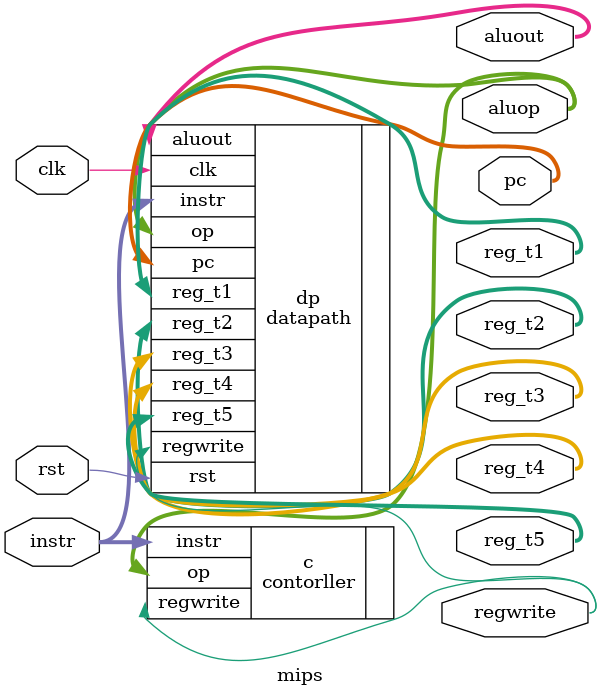
<source format=sv>
module mips(
	input clk,
	input rst,
	output[31:0] pc,
	input[31:0] instr,
	output[2:0] aluop,
	output regwrite,
	output[31:0] aluout,
	output wire[31:0] reg_t1,reg_t2,reg_t3,reg_t4,reg_t5
);
		
	contorller c(
		.instr(instr),
		.op(aluop),
		.regwrite(regwrite)
	);
	
	datapath dp(
		.clk(clk),
		.rst(rst),
		.pc(pc),
		.instr(instr),
		.op(aluop),
		.regwrite(regwrite),
		.aluout(aluout),
		.reg_t1(reg_t1),
		.reg_t2(reg_t2),
		.reg_t3(reg_t3),
		.reg_t4(reg_t4),
		.reg_t5(reg_t5)
	);

endmodule
</source>
